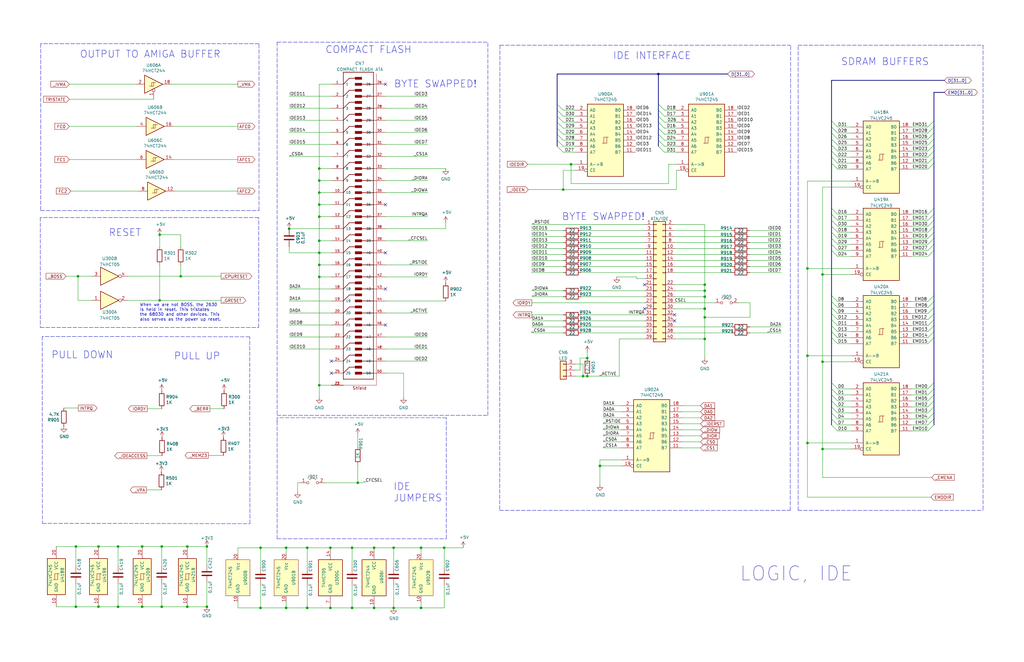
<source format=kicad_sch>
(kicad_sch (version 20211123) (generator eeschema)
  (paper "B")
  (title_block (title "Amiga N2630") (date "2023-02-17") (rev "4.0.0a"))
  (junction (at 340.487 113.284))
  (junction (at 245.872 158.75))
  (junction (at 297.18 125.222))
  (junction (at 177.546 231.14))
  (junction (at 134.62 86.36))
  (junction (at 68.199 256.032))
  (junction (at 148.463 231.14))
  (junction (at 134.62 111.76))
  (junction (at 67.31 126.746))
  (junction (at 165.989 231.14))
  (junction (at 177.546 256.54))
  (junction (at 41.529 230.632))
  (junction (at 134.62 116.84))
  (junction (at 41.529 256.032))
  (junction (at 237.49 80.01))
  (junction (at 121.92 96.52))
  (junction (at 297.18 122.682))
  (junction (at 134.62 76.2))
  (junction (at 187.325 231.14))
  (junction (at 157.734 231.14))
  (junction (at 32.004 256.032))
  (junction (at 67.31 99.06))
  (junction (at 129.54 256.54))
  (junction (at 120.65 231.14))
  (junction (at 277.622 31.242))
  (junction (at 165.989 256.54))
  (junction (at 32.004 230.632))
  (junction (at 76.2 116.586))
  (junction (at 109.855 231.14))
  (junction (at 32.893 116.586))
  (junction (at 109.855 256.54))
  (junction (at 134.62 162.56))
  (junction (at 78.994 256.032))
  (junction (at 134.62 101.6))
  (junction (at 297.18 133.9088))
  (junction (at 297.18 120.142))
  (junction (at 120.65 256.54))
  (junction (at 49.784 230.632))
  (junction (at 346.837 152.654))
  (junction (at 87.249 256.032))
  (junction (at 150.876 203.708))
  (junction (at 49.784 256.032))
  (junction (at 78.994 230.632))
  (junction (at 129.54 231.14))
  (junction (at 247.65 158.75))
  (junction (at 252.984 196.596))
  (junction (at 297.18 130.2512))
  (junction (at 134.62 106.68))
  (junction (at 247.65 151.13))
  (junction (at 87.249 230.632))
  (junction (at 148.463 256.54))
  (junction (at 297.18 143.002))
  (junction (at 340.487 186.944))
  (junction (at 134.62 81.28))
  (junction (at 157.734 256.54))
  (junction (at 134.62 71.12))
  (junction (at 340.487 150.114))
  (junction (at 346.8624 189.484))
  (junction (at 297.18 130.302))
  (junction (at 139.319 256.54))
  (junction (at 346.837 115.824))
  (junction (at 59.944 256.032))
  (junction (at 59.944 230.632))
  (junction (at 240.792 69.342))
  (junction (at 68.199 230.632))
  (junction (at 134.62 91.44))
  (junction (at 139.319 231.14))
  (no_connect (at 162.56 35.56))
  (no_connect (at 162.56 86.36))
  (no_connect (at 139.7 157.48))
  (no_connect (at 284.48 132.842))
  (no_connect (at 139.7 152.4))
  (no_connect (at 162.56 137.16))
  (no_connect (at 162.56 106.68))
  (no_connect (at 284.48 135.382))
  (no_connect (at 162.56 121.92))
  (no_connect (at 271.78 130.302))
  (no_connect (at 271.78 120.142))
  (bus_entry (at 353.187 139.954) (size -2.54 -2.54))
  (bus_entry (at 277.622 49.022) (size 2.54 2.54))
  (bus_entry (at 277.622 46.482) (size 2.54 2.54))
  (bus_entry (at 277.622 43.942) (size 2.54 2.54))
  (bus_entry (at 277.622 61.722) (size 2.54 2.54))
  (bus_entry (at 277.622 59.182) (size 2.54 2.54))
  (bus_entry (at 277.622 56.642) (size 2.54 2.54))
  (bus_entry (at 277.622 54.102) (size 2.54 2.54))
  (bus_entry (at 277.622 51.562) (size 2.54 2.54))
  (bus_entry (at 353.187 164.084) (size -2.54 -2.54))
  (bus_entry (at 391.287 145.034) (size 2.54 -2.54))
  (bus_entry (at 391.287 166.624) (size 2.54 -2.54))
  (bus_entry (at 353.187 137.414) (size -2.54 -2.54))
  (bus_entry (at 391.287 164.084) (size 2.54 -2.54))
  (bus_entry (at 391.287 71.374) (size 2.54 -2.54))
  (bus_entry (at 353.187 142.494) (size -2.54 -2.54))
  (bus_entry (at 353.187 53.594) (size -2.54 -2.54))
  (bus_entry (at 353.187 129.794) (size -2.54 -2.54))
  (bus_entry (at 391.287 95.504) (size 2.54 -2.54))
  (bus_entry (at 391.287 103.124) (size 2.54 -2.54))
  (bus_entry (at 391.287 63.754) (size 2.54 -2.54))
  (bus_entry (at 391.287 169.164) (size 2.54 -2.54))
  (bus_entry (at 353.187 103.124) (size -2.54 -2.54))
  (bus_entry (at 391.287 98.044) (size 2.54 -2.54))
  (bus_entry (at 391.287 61.214) (size 2.54 -2.54))
  (bus_entry (at 391.287 127.254) (size 2.54 -2.54))
  (bus_entry (at 353.187 71.374) (size -2.54 -2.54))
  (bus_entry (at 353.187 169.164) (size -2.54 -2.54))
  (bus_entry (at 391.287 66.294) (size 2.54 -2.54))
  (bus_entry (at 353.187 100.584) (size -2.54 -2.54))
  (bus_entry (at 391.287 132.334) (size 2.54 -2.54))
  (bus_entry (at 391.287 142.494) (size 2.54 -2.54))
  (bus_entry (at 391.287 53.594) (size 2.54 -2.54))
  (bus_entry (at 353.187 90.424) (size -2.54 -2.54))
  (bus_entry (at 353.187 166.624) (size -2.54 -2.54))
  (bus_entry (at 353.187 108.204) (size -2.54 -2.54))
  (bus_entry (at 391.287 68.834) (size 2.54 -2.54))
  (bus_entry (at 353.187 95.504) (size -2.54 -2.54))
  (bus_entry (at 391.287 105.664) (size 2.54 -2.54))
  (bus_entry (at 391.287 171.704) (size 2.54 -2.54))
  (bus_entry (at 353.187 132.334) (size -2.54 -2.54))
  (bus_entry (at 391.287 137.414) (size 2.54 -2.54))
  (bus_entry (at 353.187 61.214) (size -2.54 -2.54))
  (bus_entry (at 391.287 108.204) (size 2.54 -2.54))
  (bus_entry (at 353.187 145.034) (size -2.54 -2.54))
  (bus_entry (at 353.187 127.254) (size -2.54 -2.54))
  (bus_entry (at 353.187 63.754) (size -2.54 -2.54))
  (bus_entry (at 353.187 134.874) (size -2.54 -2.54))
  (bus_entry (at 391.287 58.674) (size 2.54 -2.54))
  (bus_entry (at 353.187 68.834) (size -2.54 -2.54))
  (bus_entry (at 391.287 174.244) (size 2.54 -2.54))
  (bus_entry (at 391.287 181.864) (size 2.54 -2.54))
  (bus_entry (at 391.287 179.324) (size 2.54 -2.54))
  (bus_entry (at 391.287 176.784) (size 2.54 -2.54))
  (bus_entry (at 391.287 90.424) (size 2.54 -2.54))
  (bus_entry (at 353.187 92.964) (size -2.54 -2.54))
  (bus_entry (at 353.187 56.134) (size -2.54 -2.54))
  (bus_entry (at 353.187 181.864) (size -2.54 -2.54))
  (bus_entry (at 353.187 66.294) (size -2.54 -2.54))
  (bus_entry (at 353.187 179.324) (size -2.54 -2.54))
  (bus_entry (at 234.95 61.722) (size 2.54 2.54))
  (bus_entry (at 234.95 59.182) (size 2.54 2.54))
  (bus_entry (at 234.95 56.642) (size 2.54 2.54))
  (bus_entry (at 234.95 54.102) (size 2.54 2.54))
  (bus_entry (at 234.95 43.942) (size 2.54 2.54))
  (bus_entry (at 234.95 51.562) (size 2.54 2.54))
  (bus_entry (at 234.95 49.022) (size 2.54 2.54))
  (bus_entry (at 234.95 46.482) (size 2.54 2.54))
  (bus_entry (at 391.287 139.954) (size 2.54 -2.54))
  (bus_entry (at 353.187 174.244) (size -2.54 -2.54))
  (bus_entry (at 391.287 56.134) (size 2.54 -2.54))
  (bus_entry (at 353.187 98.044) (size -2.54 -2.54))
  (bus_entry (at 391.287 134.874) (size 2.54 -2.54))
  (bus_entry (at 353.187 105.664) (size -2.54 -2.54))
  (bus_entry (at 353.187 58.674) (size -2.54 -2.54))
  (bus_entry (at 353.187 171.704) (size -2.54 -2.54))
  (bus_entry (at 353.187 176.784) (size -2.54 -2.54))
  (bus_entry (at 391.287 100.584) (size 2.54 -2.54))
  (bus_entry (at 391.287 92.964) (size 2.54 -2.54))
  (bus_entry (at 391.287 129.794) (size 2.54 -2.54))
  (wire (pts (xy 384.302 127.254) (xy 391.287 127.254)))
  (wire (pts (xy 148.463 256.54) (xy 157.734 256.54)))
  (wire (pts (xy 41.529 256.032) (xy 49.784 256.032)))
  (wire (pts (xy 244.602 156.21) (xy 244.602 151.13)))
  (wire (pts (xy 281.94 77.47) (xy 240.792 77.47)))
  (wire (pts (xy 62.103 172.466) (xy 68.199 172.466)))
  (wire (pts (xy 384.302 179.324) (xy 391.287 179.324)))
  (wire (pts (xy 252.984 194.056) (xy 252.984 196.596)))
  (wire (pts (xy 121.92 55.88) (xy 139.7 55.88)))
  (polyline (pts (xy 116.84 177.8) (xy 116.84 227.33)))
  (wire (pts (xy 287.528 173.736) (xy 295.402 173.736)))
  (wire (pts (xy 247.65 151.13) (xy 247.65 148.59)))
  (wire (pts (xy 134.62 86.36) (xy 139.7 86.36)))
  (wire (pts (xy 134.62 101.6) (xy 139.7 101.6)))
  (wire (pts (xy 150.876 196.088) (xy 150.876 203.708)))
  (bus (pts (xy 350.647 124.714) (xy 350.647 105.664)))
  (bus (pts (xy 350.647 174.244) (xy 350.647 171.704)))
  (wire (pts (xy 353.187 164.084) (xy 358.902 164.084)))
  (wire (pts (xy 297.18 94.742) (xy 297.18 120.142)))
  (wire (pts (xy 280.162 51.562) (xy 285.242 51.562)))
  (wire (pts (xy 150.876 188.468) (xy 150.876 183.388)))
  (wire (pts (xy 242.57 153.67) (xy 245.872 153.67)))
  (bus (pts (xy 393.827 127.254) (xy 393.827 124.714)))
  (wire (pts (xy 353.187 53.594) (xy 358.902 53.594)))
  (wire (pts (xy 287.528 186.436) (xy 295.402 186.436)))
  (wire (pts (xy 287.528 188.976) (xy 295.402 188.976)))
  (wire (pts (xy 284.48 115.062) (xy 308.61 115.062)))
  (wire (pts (xy 162.56 40.64) (xy 180.34 40.64)))
  (bus (pts (xy 234.95 49.022) (xy 234.95 46.482)))
  (polyline (pts (xy 414.528 19.05) (xy 414.528 215.392)))
  (wire (pts (xy 353.187 71.374) (xy 358.902 71.374)))
  (wire (pts (xy 316.23 99.822) (xy 329.438 99.822)))
  (wire (pts (xy 222.504 69.342) (xy 240.792 69.342)))
  (wire (pts (xy 285.242 69.342) (xy 281.94 69.342)))
  (wire (pts (xy 67.31 111.76) (xy 67.31 126.746)))
  (polyline (pts (xy 336.55 215.392) (xy 414.528 215.392)))
  (wire (pts (xy 129.54 231.14) (xy 129.54 239.395)))
  (wire (pts (xy 384.302 166.624) (xy 391.287 166.624)))
  (wire (pts (xy 126.746 203.708) (xy 125.476 203.708)))
  (polyline (pts (xy 336.55 19.05) (xy 414.528 19.05)))
  (bus (pts (xy 393.827 161.544) (xy 393.827 142.494)))
  (wire (pts (xy 284.48 130.302) (xy 297.18 130.302)))
  (bus (pts (xy 393.827 169.164) (xy 393.827 166.624)))
  (wire (pts (xy 121.92 60.96) (xy 139.7 60.96)))
  (wire (pts (xy 134.62 111.76) (xy 134.62 116.84)))
  (wire (pts (xy 23.749 256.032) (xy 32.004 256.032)))
  (bus (pts (xy 393.827 105.664) (xy 393.827 103.124)))
  (wire (pts (xy 165.989 247.015) (xy 165.989 256.54)))
  (wire (pts (xy 73.66 80.645) (xy 100.33 80.645)))
  (bus (pts (xy 393.827 56.134) (xy 393.827 53.594)))
  (wire (pts (xy 87.884 192.151) (xy 94.234 192.151)))
  (bus (pts (xy 350.647 98.044) (xy 350.647 95.504)))
  (polyline (pts (xy 105.283 142.113) (xy 17.78 141.986)))
  (wire (pts (xy 254.254 176.276) (xy 262.128 176.276)))
  (wire (pts (xy 346.837 115.824) (xy 358.902 115.824)))
  (bus (pts (xy 393.827 132.334) (xy 393.827 129.794)))
  (bus (pts (xy 393.827 95.504) (xy 393.827 92.964)))
  (wire (pts (xy 32.004 256.032) (xy 41.529 256.032)))
  (wire (pts (xy 32.893 116.586) (xy 32.893 126.746)))
  (wire (pts (xy 260.096 116.84) (xy 268.478 116.84)))
  (wire (pts (xy 148.463 231.14) (xy 157.734 231.14)))
  (wire (pts (xy 157.734 256.54) (xy 165.989 256.54)))
  (wire (pts (xy 280.162 46.482) (xy 285.242 46.482)))
  (wire (pts (xy 346.837 115.824) (xy 346.837 152.654)))
  (wire (pts (xy 297.18 130.302) (xy 297.18 133.9088)))
  (bus (pts (xy 350.647 179.324) (xy 350.647 176.784)))
  (wire (pts (xy 261.112 143.002) (xy 261.112 158.75)))
  (wire (pts (xy 384.302 95.504) (xy 391.287 95.504)))
  (polyline (pts (xy 109.093 138.176) (xy 109.093 91.821)))
  (wire (pts (xy 353.187 103.124) (xy 358.902 103.124)))
  (wire (pts (xy 129.54 256.54) (xy 139.319 256.54)))
  (bus (pts (xy 350.647 105.664) (xy 350.647 103.124)))
  (bus (pts (xy 393.827 176.784) (xy 393.827 174.244)))
  (wire (pts (xy 353.187 58.674) (xy 358.902 58.674)))
  (wire (pts (xy 254.254 186.436) (xy 262.128 186.436)))
  (wire (pts (xy 224.028 102.362) (xy 237.49 102.362)))
  (bus (pts (xy 234.95 31.242) (xy 277.622 31.242)))
  (wire (pts (xy 121.92 121.92) (xy 139.7 121.92)))
  (polyline (pts (xy 210.693 215.392) (xy 333.248 215.392)))
  (wire (pts (xy 254.254 178.816) (xy 262.128 178.816)))
  (wire (pts (xy 353.187 68.834) (xy 358.902 68.834)))
  (wire (pts (xy 316.2808 133.9088) (xy 297.18 133.9088)))
  (polyline (pts (xy 210.82 19.05) (xy 333.375 19.05)))
  (wire (pts (xy 32.004 230.632) (xy 23.749 230.632)))
  (bus (pts (xy 350.647 166.624) (xy 350.647 164.084)))
  (bus (pts (xy 393.827 51.054) (xy 393.827 38.989)))
  (wire (pts (xy 245.11 135.382) (xy 271.78 135.382)))
  (wire (pts (xy 87.249 230.632) (xy 78.994 230.632)))
  (wire (pts (xy 384.302 66.294) (xy 391.287 66.294)))
  (wire (pts (xy 87.249 256.032) (xy 87.249 245.872)))
  (wire (pts (xy 346.837 78.994) (xy 346.837 115.824)))
  (wire (pts (xy 134.62 162.56) (xy 139.7 162.56)))
  (bus (pts (xy 350.647 103.124) (xy 350.647 100.584)))
  (wire (pts (xy 384.302 181.864) (xy 391.287 181.864)))
  (polyline (pts (xy 116.84 175.26) (xy 205.74 175.26)))
  (wire (pts (xy 284.48 127.762) (xy 301.244 127.762)))
  (wire (pts (xy 109.855 247.015) (xy 109.855 256.54)))
  (wire (pts (xy 284.48 140.462) (xy 308.61 140.462)))
  (wire (pts (xy 245.11 122.682) (xy 271.78 122.682)))
  (wire (pts (xy 284.48 109.982) (xy 308.61 109.982)))
  (wire (pts (xy 353.187 179.324) (xy 358.902 179.324)))
  (wire (pts (xy 245.11 102.362) (xy 271.78 102.362)))
  (wire (pts (xy 139.319 231.14) (xy 148.463 231.14)))
  (wire (pts (xy 384.302 134.874) (xy 391.287 134.874)))
  (wire (pts (xy 240.792 69.342) (xy 242.57 69.342)))
  (wire (pts (xy 346.8624 189.484) (xy 346.8624 201.4728)))
  (wire (pts (xy 64.77 41.91) (xy 29.21 41.91)))
  (wire (pts (xy 224.282 94.742) (xy 271.78 94.742)))
  (wire (pts (xy 162.56 91.44) (xy 180.34 91.44)))
  (wire (pts (xy 100.33 231.14) (xy 109.855 231.14)))
  (wire (pts (xy 287.528 178.816) (xy 295.402 178.816)))
  (wire (pts (xy 162.56 111.76) (xy 180.34 111.76)))
  (wire (pts (xy 340.487 113.284) (xy 340.487 150.114)))
  (wire (pts (xy 68.199 230.632) (xy 68.199 238.887)))
  (bus (pts (xy 393.827 179.324) (xy 393.827 176.784)))
  (wire (pts (xy 245.11 132.842) (xy 271.78 132.842)))
  (wire (pts (xy 162.56 55.88) (xy 180.34 55.88)))
  (bus (pts (xy 234.95 43.942) (xy 234.95 31.242)))
  (wire (pts (xy 68.199 246.507) (xy 68.199 256.032)))
  (wire (pts (xy 242.57 156.21) (xy 244.602 156.21)))
  (wire (pts (xy 316.23 112.522) (xy 329.438 112.522)))
  (wire (pts (xy 76.2 116.586) (xy 93.218 116.586)))
  (wire (pts (xy 49.784 230.632) (xy 49.784 238.887)))
  (bus (pts (xy 350.647 139.954) (xy 350.647 137.414)))
  (polyline (pts (xy 188.214 227.33) (xy 188.214 176.276)))
  (bus (pts (xy 350.647 142.494) (xy 350.647 139.954)))
  (wire (pts (xy 287.528 181.356) (xy 295.402 181.356)))
  (wire (pts (xy 316.23 137.922) (xy 329.438 137.922)))
  (bus (pts (xy 234.95 46.482) (xy 234.95 43.942)))
  (bus (pts (xy 350.647 95.504) (xy 350.647 92.964)))
  (wire (pts (xy 187.96 93.98) (xy 187.96 96.52)))
  (polyline (pts (xy 109.22 88.9) (xy 109.22 18.415)))
  (wire (pts (xy 187.325 247.015) (xy 187.325 256.54)))
  (wire (pts (xy 242.57 158.75) (xy 245.872 158.75)))
  (bus (pts (xy 277.622 59.182) (xy 277.622 56.642)))
  (bus (pts (xy 350.647 129.794) (xy 350.647 127.254)))
  (wire (pts (xy 353.187 134.874) (xy 358.902 134.874)))
  (wire (pts (xy 121.92 96.52) (xy 139.7 96.52)))
  (wire (pts (xy 134.62 81.28) (xy 139.7 81.28)))
  (wire (pts (xy 311.404 127.762) (xy 316.2808 127.762)))
  (wire (pts (xy 162.56 96.52) (xy 187.96 96.52)))
  (wire (pts (xy 252.984 196.596) (xy 262.128 196.596)))
  (wire (pts (xy 88.519 172.466) (xy 94.488 172.466)))
  (polyline (pts (xy 205.74 175.26) (xy 205.74 17.78)))
  (wire (pts (xy 162.56 45.72) (xy 180.34 45.72)))
  (polyline (pts (xy 210.82 19.05) (xy 210.693 215.392)))
  (wire (pts (xy 162.56 142.24) (xy 180.34 142.24)))
  (bus (pts (xy 277.622 51.562) (xy 277.622 49.022)))
  (wire (pts (xy 121.92 106.68) (xy 134.62 106.68)))
  (wire (pts (xy 384.302 108.204) (xy 391.287 108.204)))
  (bus (pts (xy 393.827 124.714) (xy 393.827 105.664)))
  (wire (pts (xy 68.199 230.632) (xy 59.944 230.632)))
  (wire (pts (xy 384.302 169.164) (xy 391.287 169.164)))
  (wire (pts (xy 68.199 256.032) (xy 78.994 256.032)))
  (wire (pts (xy 346.8624 201.4728) (xy 392.8872 201.4728)))
  (wire (pts (xy 384.302 171.704) (xy 391.287 171.704)))
  (wire (pts (xy 346.837 152.654) (xy 358.902 152.654)))
  (wire (pts (xy 284.48 104.902) (xy 308.61 104.902)))
  (wire (pts (xy 353.187 63.754) (xy 358.902 63.754)))
  (wire (pts (xy 268.478 117.602) (xy 271.78 117.602)))
  (polyline (pts (xy 188.214 176.276) (xy 116.84 176.276)))
  (wire (pts (xy 237.49 59.182) (xy 242.57 59.182)))
  (wire (pts (xy 125.476 203.708) (xy 125.476 207.518)))
  (wire (pts (xy 340.487 76.454) (xy 340.487 113.284)))
  (wire (pts (xy 148.463 247.015) (xy 148.463 256.54)))
  (wire (pts (xy 340.487 150.114) (xy 358.902 150.114)))
  (wire (pts (xy 224.028 112.522) (xy 237.49 112.522)))
  (bus (pts (xy 393.827 87.884) (xy 393.827 68.834)))
  (wire (pts (xy 384.302 174.244) (xy 391.287 174.244)))
  (wire (pts (xy 72.39 35.56) (xy 100.33 35.56)))
  (wire (pts (xy 384.302 137.414) (xy 391.287 137.414)))
  (polyline (pts (xy 116.84 227.33) (xy 188.214 227.33)))
  (wire (pts (xy 284.48 107.442) (xy 308.61 107.442)))
  (wire (pts (xy 59.944 230.632) (xy 49.784 230.632)))
  (bus (pts (xy 234.95 51.562) (xy 234.95 49.022)))
  (bus (pts (xy 234.95 61.722) (xy 234.95 59.182)))
  (wire (pts (xy 384.302 139.954) (xy 391.287 139.954)))
  (wire (pts (xy 224.028 109.982) (xy 237.49 109.982)))
  (bus (pts (xy 350.647 53.594) (xy 350.647 51.054)))
  (wire (pts (xy 100.33 256.54) (xy 109.855 256.54)))
  (wire (pts (xy 237.49 51.562) (xy 242.57 51.562)))
  (wire (pts (xy 134.62 111.76) (xy 139.7 111.76)))
  (bus (pts (xy 393.827 100.584) (xy 393.827 98.044)))
  (polyline (pts (xy 109.093 91.821) (xy 17.018 91.821)))
  (wire (pts (xy 162.56 127) (xy 187.96 127)))
  (wire (pts (xy 353.187 174.244) (xy 358.902 174.244)))
  (polyline (pts (xy 17.018 91.821) (xy 17.018 138.176)))
  (wire (pts (xy 162.56 81.28) (xy 180.34 81.28)))
  (wire (pts (xy 162.56 132.08) (xy 180.34 132.08)))
  (wire (pts (xy 245.872 158.75) (xy 247.65 158.75)))
  (wire (pts (xy 297.18 133.9088) (xy 297.18 143.002)))
  (bus (pts (xy 350.647 100.584) (xy 350.647 98.044)))
  (bus (pts (xy 277.622 43.942) (xy 277.622 31.242)))
  (wire (pts (xy 245.11 115.062) (xy 271.78 115.062)))
  (wire (pts (xy 58.42 80.645) (xy 29.845 80.645)))
  (wire (pts (xy 297.18 120.142) (xy 297.18 122.682)))
  (wire (pts (xy 165.989 239.395) (xy 165.989 231.14)))
  (wire (pts (xy 134.62 76.2) (xy 134.62 81.28)))
  (wire (pts (xy 177.546 256.54) (xy 187.325 256.54)))
  (wire (pts (xy 316.23 104.902) (xy 329.438 104.902)))
  (wire (pts (xy 162.56 147.32) (xy 180.34 147.32)))
  (wire (pts (xy 162.56 50.8) (xy 180.34 50.8)))
  (wire (pts (xy 245.11 107.442) (xy 271.78 107.442)))
  (bus (pts (xy 234.95 54.102) (xy 234.95 51.562)))
  (wire (pts (xy 261.112 143.002) (xy 271.78 143.002)))
  (wire (pts (xy 384.302 145.034) (xy 391.287 145.034)))
  (bus (pts (xy 393.827 142.494) (xy 393.827 139.954)))
  (wire (pts (xy 222.758 80.01) (xy 237.49 80.01)))
  (wire (pts (xy 268.478 116.84) (xy 268.478 117.602)))
  (bus (pts (xy 393.827 53.594) (xy 393.827 51.054)))
  (wire (pts (xy 134.62 91.44) (xy 139.7 91.44)))
  (wire (pts (xy 120.65 254) (xy 120.65 256.54)))
  (wire (pts (xy 284.48 102.362) (xy 308.61 102.362)))
  (bus (pts (xy 277.622 54.102) (xy 277.622 51.562)))
  (polyline (pts (xy 17.018 138.176) (xy 109.093 138.176)))
  (bus (pts (xy 277.622 31.242) (xy 306.832 31.242)))
  (wire (pts (xy 358.902 78.994) (xy 346.837 78.994)))
  (wire (pts (xy 262.128 194.056) (xy 252.984 194.056)))
  (wire (pts (xy 134.62 86.36) (xy 134.62 91.44)))
  (wire (pts (xy 162.56 116.84) (xy 180.34 116.84)))
  (wire (pts (xy 384.302 129.794) (xy 391.287 129.794)))
  (wire (pts (xy 353.187 100.584) (xy 358.902 100.584)))
  (wire (pts (xy 245.11 140.462) (xy 271.78 140.462)))
  (wire (pts (xy 353.187 98.044) (xy 358.902 98.044)))
  (wire (pts (xy 384.302 71.374) (xy 391.287 71.374)))
  (wire (pts (xy 134.62 35.56) (xy 134.62 71.12)))
  (wire (pts (xy 287.528 176.276) (xy 295.402 176.276)))
  (wire (pts (xy 245.11 109.982) (xy 271.78 109.982)))
  (bus (pts (xy 350.647 164.084) (xy 350.647 161.544)))
  (wire (pts (xy 316.23 140.462) (xy 329.438 140.462)))
  (polyline (pts (xy 17.145 88.9) (xy 109.22 88.9)))
  (wire (pts (xy 353.187 127.254) (xy 358.902 127.254)))
  (wire (pts (xy 280.162 64.262) (xy 285.242 64.262)))
  (wire (pts (xy 177.546 231.14) (xy 187.325 231.14)))
  (wire (pts (xy 353.187 108.204) (xy 358.902 108.204)))
  (wire (pts (xy 244.602 151.13) (xy 247.65 151.13)))
  (wire (pts (xy 134.62 116.84) (xy 139.7 116.84)))
  (bus (pts (xy 350.647 132.334) (xy 350.647 129.794)))
  (wire (pts (xy 134.62 106.68) (xy 134.62 111.76)))
  (wire (pts (xy 76.2 111.76) (xy 76.2 116.586)))
  (wire (pts (xy 61.722 206.756) (xy 68.072 206.756)))
  (bus (pts (xy 393.827 68.834) (xy 393.827 66.294)))
  (bus (pts (xy 277.622 49.022) (xy 277.622 46.482)))
  (wire (pts (xy 165.989 256.54) (xy 177.546 256.54)))
  (wire (pts (xy 287.528 183.896) (xy 295.402 183.896)))
  (wire (pts (xy 121.92 66.04) (xy 139.7 66.04)))
  (wire (pts (xy 340.487 186.944) (xy 358.902 186.944)))
  (wire (pts (xy 245.11 99.822) (xy 271.78 99.822)))
  (wire (pts (xy 237.49 80.01) (xy 285.242 80.01)))
  (polyline (pts (xy 17.907 220.853) (xy 105.41 220.98)))
  (wire (pts (xy 358.902 76.454) (xy 340.487 76.454)))
  (polyline (pts (xy 116.84 17.78) (xy 205.74 17.78)))
  (wire (pts (xy 32.004 246.507) (xy 32.004 256.032)))
  (wire (pts (xy 245.11 104.902) (xy 271.78 104.902)))
  (wire (pts (xy 280.162 54.102) (xy 285.242 54.102)))
  (wire (pts (xy 353.187 137.414) (xy 358.902 137.414)))
  (bus (pts (xy 393.827 129.794) (xy 393.827 127.254)))
  (bus (pts (xy 393.827 164.084) (xy 393.827 161.544)))
  (wire (pts (xy 59.944 256.032) (xy 68.199 256.032)))
  (wire (pts (xy 78.994 256.032) (xy 87.249 256.032)))
  (wire (pts (xy 165.989 231.14) (xy 177.546 231.14)))
  (wire (pts (xy 297.18 130.2512) (xy 297.18 130.302)))
  (wire (pts (xy 53.848 116.586) (xy 76.2 116.586)))
  (wire (pts (xy 237.49 54.102) (xy 242.57 54.102)))
  (wire (pts (xy 245.11 97.282) (xy 271.78 97.282)))
  (wire (pts (xy 57.785 53.34) (xy 29.21 53.34)))
  (bus (pts (xy 393.827 61.214) (xy 393.827 58.674)))
  (bus (pts (xy 393.827 63.754) (xy 393.827 61.214)))
  (wire (pts (xy 57.15 35.56) (xy 29.21 35.56)))
  (bus (pts (xy 393.827 139.954) (xy 393.827 137.414)))
  (wire (pts (xy 162.56 101.6) (xy 180.34 101.6)))
  (wire (pts (xy 139.319 256.54) (xy 148.463 256.54)))
  (wire (pts (xy 346.8624 189.484) (xy 358.902 189.484)))
  (wire (pts (xy 384.302 100.584) (xy 391.287 100.584)))
  (wire (pts (xy 162.56 76.2) (xy 180.34 76.2)))
  (wire (pts (xy 353.187 139.954) (xy 358.902 139.954)))
  (wire (pts (xy 252.984 196.596) (xy 252.984 204.47)))
  (wire (pts (xy 224.282 122.682) (xy 237.49 122.682)))
  (wire (pts (xy 121.92 147.32) (xy 139.7 147.32)))
  (wire (pts (xy 121.92 104.14) (xy 121.92 106.68)))
  (wire (pts (xy 129.54 231.14) (xy 139.319 231.14)))
  (wire (pts (xy 297.18 122.682) (xy 297.18 125.222)))
  (wire (pts (xy 353.187 95.504) (xy 358.902 95.504)))
  (bus (pts (xy 234.95 56.642) (xy 234.95 54.102)))
  (bus (pts (xy 350.647 127.254) (xy 350.647 124.714)))
  (wire (pts (xy 61.976 192.278) (xy 68.326 192.278)))
  (wire (pts (xy 121.92 137.16) (xy 139.7 137.16)))
  (wire (pts (xy 57.785 67.31) (xy 29.21 67.31)))
  (bus (pts (xy 277.622 46.482) (xy 277.622 43.942)))
  (bus (pts (xy 350.647 87.884) (xy 350.647 68.834)))
  (wire (pts (xy 224.282 132.842) (xy 237.49 132.842)))
  (wire (pts (xy 284.48 122.682) (xy 297.18 122.682)))
  (bus (pts (xy 393.827 137.414) (xy 393.827 134.874)))
  (wire (pts (xy 316.23 107.442) (xy 329.438 107.442)))
  (wire (pts (xy 78.994 230.632) (xy 68.199 230.632)))
  (wire (pts (xy 284.48 99.822) (xy 308.61 99.822)))
  (wire (pts (xy 353.187 56.134) (xy 358.902 56.134)))
  (wire (pts (xy 109.855 231.14) (xy 109.855 239.395)))
  (wire (pts (xy 73.025 67.31) (xy 100.33 67.31)))
  (wire (pts (xy 162.56 60.96) (xy 180.34 60.96)))
  (wire (pts (xy 254.254 181.356) (xy 262.128 181.356)))
  (wire (pts (xy 353.187 142.494) (xy 358.902 142.494)))
  (wire (pts (xy 284.48 143.002) (xy 297.18 143.002)))
  (wire (pts (xy 53.848 126.746) (xy 67.31 126.746)))
  (wire (pts (xy 254.254 183.896) (xy 262.128 183.896)))
  (wire (pts (xy 353.187 169.164) (xy 358.902 169.164)))
  (wire (pts (xy 353.187 176.784) (xy 358.902 176.784)))
  (bus (pts (xy 393.827 90.424) (xy 393.827 87.884)))
  (wire (pts (xy 353.187 171.704) (xy 358.902 171.704)))
  (wire (pts (xy 316.2808 127.762) (xy 316.2808 133.9088)))
  (wire (pts (xy 120.65 231.14) (xy 129.54 231.14)))
  (wire (pts (xy 384.302 98.044) (xy 391.287 98.044)))
  (wire (pts (xy 134.62 106.68) (xy 139.7 106.68)))
  (wire (pts (xy 316.23 115.062) (xy 329.438 115.062)))
  (wire (pts (xy 224.028 115.062) (xy 237.49 115.062)))
  (bus (pts (xy 350.647 66.294) (xy 350.647 63.754)))
  (wire (pts (xy 237.49 71.882) (xy 237.49 80.01)))
  (wire (pts (xy 384.302 63.754) (xy 391.287 63.754)))
  (wire (pts (xy 120.65 231.14) (xy 120.65 233.68)))
  (wire (pts (xy 224.028 107.442) (xy 237.49 107.442)))
  (bus (pts (xy 393.827 58.674) (xy 393.827 56.134)))
  (wire (pts (xy 120.65 256.54) (xy 129.54 256.54)))
  (wire (pts (xy 254.254 171.196) (xy 262.128 171.196)))
  (wire (pts (xy 162.56 157.48) (xy 170.18 157.48)))
  (wire (pts (xy 280.162 61.722) (xy 285.242 61.722)))
  (bus (pts (xy 350.647 161.544) (xy 350.647 142.494)))
  (polyline (pts (xy 116.84 176.276) (xy 116.84 178.054)))
  (bus (pts (xy 393.827 166.624) (xy 393.827 164.084)))
  (wire (pts (xy 284.48 112.522) (xy 308.61 112.522)))
  (wire (pts (xy 284.48 94.742) (xy 297.18 94.742)))
  (wire (pts (xy 33.02 172.212) (xy 26.924 172.212)))
  (bus (pts (xy 277.622 56.642) (xy 277.622 54.102)))
  (wire (pts (xy 280.162 59.182) (xy 285.242 59.182)))
  (wire (pts (xy 32.893 116.586) (xy 27.813 116.586)))
  (wire (pts (xy 87.249 238.252) (xy 87.249 230.632)))
  (wire (pts (xy 41.529 230.632) (xy 32.004 230.632)))
  (wire (pts (xy 353.187 61.214) (xy 358.902 61.214)))
  (wire (pts (xy 224.282 135.382) (xy 237.49 135.382)))
  (wire (pts (xy 353.187 129.794) (xy 358.902 129.794)))
  (wire (pts (xy 353.187 181.864) (xy 358.902 181.864)))
  (bus (pts (xy 393.827 103.124) (xy 393.827 100.584)))
  (wire (pts (xy 353.187 92.964) (xy 358.902 92.964)))
  (wire (pts (xy 284.48 137.922) (xy 308.61 137.922)))
  (polyline (pts (xy 109.22 18.415) (xy 17.145 18.415)))
  (polyline (pts (xy 336.55 215.392) (xy 336.55 19.05)))
  (wire (pts (xy 187.325 231.14) (xy 195.326 231.14)))
  (bus (pts (xy 350.647 51.054) (xy 350.647 33.909)))
  (wire (pts (xy 162.56 71.12) (xy 187.96 71.12)))
  (wire (pts (xy 136.906 203.708) (xy 150.876 203.708)))
  (wire (pts (xy 237.49 56.642) (xy 242.57 56.642)))
  (wire (pts (xy 254.254 173.736) (xy 262.128 173.736)))
  (wire (pts (xy 177.546 231.14) (xy 177.546 233.68)))
  (wire (pts (xy 284.48 97.282) (xy 308.61 97.282)))
  (wire (pts (xy 316.23 109.982) (xy 329.438 109.982)))
  (wire (pts (xy 67.31 104.14) (xy 67.31 99.06)))
  (wire (pts (xy 224.028 104.902) (xy 237.49 104.902)))
  (wire (pts (xy 187.325 239.395) (xy 187.325 231.14)))
  (wire (pts (xy 148.463 239.395) (xy 148.463 231.14)))
  (wire (pts (xy 170.18 157.48) (xy 170.18 167.64)))
  (wire (pts (xy 134.62 162.56) (xy 134.62 167.64)))
  (polyline (pts (xy 116.84 17.78) (xy 116.84 175.26)))
  (wire (pts (xy 353.187 90.424) (xy 358.902 90.424)))
  (bus (pts (xy 393.827 134.874) (xy 393.827 132.334)))
  (wire (pts (xy 73.025 53.34) (xy 100.33 53.34)))
  (wire (pts (xy 287.528 171.196) (xy 295.402 171.196)))
  (wire (pts (xy 384.302 68.834) (xy 391.287 68.834)))
  (bus (pts (xy 350.647 90.424) (xy 350.647 87.884)))
  (wire (pts (xy 224.282 137.922) (xy 237.49 137.922)))
  (wire (pts (xy 237.49 46.482) (xy 242.57 46.482)))
  (wire (pts (xy 384.302 176.784) (xy 391.287 176.784)))
  (wire (pts (xy 384.302 56.134) (xy 391.287 56.134)))
  (wire (pts (xy 49.784 246.507) (xy 49.784 256.032)))
  (wire (pts (xy 247.65 158.75) (xy 261.112 158.75)))
  (wire (pts (xy 384.302 103.124) (xy 391.287 103.124)))
  (wire (pts (xy 353.187 66.294) (xy 358.902 66.294)))
  (wire (pts (xy 150.876 203.708) (xy 153.162 203.708)))
  (wire (pts (xy 100.33 231.14) (xy 100.33 233.68)))
  (wire (pts (xy 340.487 209.804) (xy 392.557 209.804)))
  (wire (pts (xy 129.54 247.015) (xy 129.54 256.54)))
  (wire (pts (xy 134.62 71.12) (xy 139.7 71.12)))
  (wire (pts (xy 316.23 102.362) (xy 329.438 102.362)))
  (wire (pts (xy 162.56 66.04) (xy 180.34 66.04)))
  (wire (pts (xy 384.302 58.674) (xy 391.287 58.674)))
  (bus (pts (xy 393.827 171.704) (xy 393.827 169.164)))
  (wire (pts (xy 224.282 125.222) (xy 237.49 125.222)))
  (wire (pts (xy 271.78 137.922) (xy 245.11 137.922)))
  (bus (pts (xy 393.827 174.244) (xy 393.827 171.704)))
  (bus (pts (xy 393.827 98.044) (xy 393.827 95.504)))
  (polyline (pts (xy 105.41 220.98) (xy 105.283 142.113)))
  (wire (pts (xy 281.94 69.342) (xy 281.94 77.47)))
  (wire (pts (xy 384.302 61.214) (xy 391.287 61.214)))
  (wire (pts (xy 297.18 143.002) (xy 297.18 151.13)))
  (bus (pts (xy 350.647 176.784) (xy 350.647 174.244)))
  (bus (pts (xy 350.647 58.674) (xy 350.647 56.134)))
  (bus (pts (xy 393.827 38.989) (xy 398.272 38.989)))
  (polyline (pts (xy 333.248 215.392) (xy 333.375 19.05)))
  (wire (pts (xy 245.11 112.522) (xy 271.78 112.522)))
  (wire (pts (xy 224.028 99.822) (xy 237.49 99.822)))
  (wire (pts (xy 284.48 120.142) (xy 297.18 120.142)))
  (wire (pts (xy 237.49 64.262) (xy 242.57 64.262)))
  (wire (pts (xy 340.487 186.944) (xy 340.487 209.804)))
  (wire (pts (xy 38.608 126.746) (xy 32.893 126.746)))
  (wire (pts (xy 49.784 230.632) (xy 41.529 230.632)))
  (wire (pts (xy 100.33 254) (xy 100.33 256.54)))
  (wire (pts (xy 346.837 152.654) (xy 346.837 189.484)))
  (wire (pts (xy 139.7 35.56) (xy 134.62 35.56)))
  (wire (pts (xy 353.187 166.624) (xy 358.902 166.624)))
  (wire (pts (xy 224.028 97.282) (xy 237.49 97.282)))
  (wire (pts (xy 121.92 40.64) (xy 139.7 40.64)))
  (wire (pts (xy 162.56 152.4) (xy 180.34 152.4)))
  (wire (pts (xy 38.608 116.586) (xy 32.893 116.586)))
  (wire (pts (xy 237.49 61.722) (xy 242.57 61.722)))
  (wire (pts (xy 245.11 125.222) (xy 271.78 125.222)))
  (wire (pts (xy 109.855 256.54) (xy 120.65 256.54)))
  (wire (pts (xy 134.62 76.2) (xy 139.7 76.2)))
  (wire (pts (xy 353.187 132.334) (xy 358.902 132.334)))
  (wire (pts (xy 353.187 105.664) (xy 358.902 105.664)))
  (bus (pts (xy 350.647 169.164) (xy 350.647 166.624)))
  (wire (pts (xy 32.004 230.632) (xy 32.004 238.887)))
  (bus (pts (xy 277.622 61.722) (xy 277.622 59.182)))
  (wire (pts (xy 177.546 254) (xy 177.546 256.54)))
  (wire (pts (xy 245.872 153.67) (xy 245.872 158.75)))
  (wire (pts (xy 224.028 140.462) (xy 237.49 140.462)))
  (bus (pts (xy 393.827 66.294) (xy 393.827 63.754)))
  (wire (pts (xy 109.855 231.14) (xy 120.65 231.14)))
  (bus (pts (xy 350.647 134.874) (xy 350.647 132.334)))
  (wire (pts (xy 384.302 53.594) (xy 391.287 53.594)))
  (wire (pts (xy 121.92 142.24) (xy 139.7 142.24)))
  (wire (pts (xy 340.487 113.284) (xy 358.902 113.284)))
  (wire (pts (xy 237.49 71.882) (xy 242.57 71.882)))
  (wire (pts (xy 346.837 189.484) (xy 346.8624 189.484)))
  (wire (pts (xy 316.23 97.282) (xy 329.438 97.282)))
  (bus (pts (xy 350.647 33.909) (xy 398.272 33.909)))
  (bus (pts (xy 350.647 137.414) (xy 350.647 134.874)))
  (wire (pts (xy 67.31 126.746) (xy 93.218 126.746)))
  (wire (pts (xy 134.62 81.28) (xy 134.62 86.36)))
  (bus (pts (xy 350.647 63.754) (xy 350.647 61.214)))
  (polyline (pts (xy 17.145 18.415) (xy 17.145 88.9)))
  (wire (pts (xy 384.302 142.494) (xy 391.287 142.494)))
  (wire (pts (xy 121.92 50.8) (xy 139.7 50.8)))
  (wire (pts (xy 67.31 99.06) (xy 76.2 99.06)))
  (bus (pts (xy 350.647 68.834) (xy 350.647 66.294)))
  (bus (pts (xy 350.647 61.214) (xy 350.647 58.674)))
  (wire (pts (xy 280.162 56.642) (xy 285.242 56.642)))
  (bus (pts (xy 234.95 59.182) (xy 234.95 56.642)))
  (wire (pts (xy 134.62 101.6) (xy 134.62 106.68)))
  (wire (pts (xy 384.302 92.964) (xy 391.287 92.964)))
  (bus (pts (xy 393.827 92.964) (xy 393.827 90.424)))
  (wire (pts (xy 134.62 71.12) (xy 134.62 76.2)))
  (wire (pts (xy 384.302 132.334) (xy 391.287 132.334)))
  (bus (pts (xy 350.647 56.134) (xy 350.647 53.594)))
  (wire (pts (xy 49.784 256.032) (xy 59.944 256.032)))
  (wire (pts (xy 157.734 231.14) (xy 165.989 231.14)))
  (wire (pts (xy 254.254 188.976) (xy 262.128 188.976)))
  (wire (pts (xy 240.792 77.47) (xy 240.792 69.342)))
  (wire (pts (xy 121.92 132.08) (xy 139.7 132.08)))
  (wire (pts (xy 76.2 99.06) (xy 76.2 104.14)))
  (wire (pts (xy 121.92 45.72) (xy 139.7 45.72)))
  (wire (pts (xy 353.187 145.034) (xy 358.902 145.034)))
  (wire (pts (xy 384.302 105.664) (xy 391.287 105.664)))
  (wire (pts (xy 384.302 90.424) (xy 391.287 90.424)))
  (wire (pts (xy 297.18 125.222) (xy 297.18 130.2512)))
  (wire (pts (xy 237.49 49.022) (xy 242.57 49.022)))
  (wire (pts (xy 340.487 150.114) (xy 340.487 186.944)))
  (wire (pts (xy 134.62 91.44) (xy 134.62 101.6)))
  (wire (pts (xy 224.282 127.762) (xy 271.78 127.762)))
  (wire (pts (xy 384.302 164.084) (xy 391.287 164.084)))
  (wire (pts (xy 285.242 80.01) (xy 285.242 71.882)))
  (wire (pts (xy 280.162 49.022) (xy 285.242 49.022)))
  (wire (pts (xy 134.62 116.84) (xy 134.62 162.56)))
  (wire (pts (xy 284.48 125.222) (xy 297.18 125.222)))
  (wire (pts (xy 121.92 127) (xy 139.7 127)))
  (polyline (pts (xy 17.78 141.986) (xy 17.907 220.853)))
  (bus (pts (xy 350.647 171.704) (xy 350.647 169.164)))
  (bus (pts (xy 350.647 92.964) (xy 350.647 90.424)))
  (text "PULL DOWN" (at 21.59 151.638 0) (effects (font (size 2.9972 2.9972)) (justify left bottom)))
  (text "IDE INTERFACE" (at 258.445 25.4 0) (effects (font (size 3 3)) (justify left bottom)))
  (text "BYTE SWAPPED!" (at 166.116 37.338 0) (effects (font (size 3 3)) (justify left bottom)))
  (text "PULL UP" (at 73.279 152.146 0) (effects (font (size 2.9972 2.9972)) (justify left bottom)))
  (text "RESET" (at 59.563 100.076 180) (effects (font (size 2.9972 2.9972)) (justify right bottom)))
  (text "BYTE SWAPPED!" (at 236.9312 93.3196 0) (effects (font (size 3 3)) (justify left bottom)))
  (text "IDE\nJUMPERS" (at 165.862 212.09 0) (effects (font (size 3 3)) (justify left bottom)))
  (text "LOGIC, IDE" (at 311.785 245.745 0) (effects (font (size 6 6)) (justify left bottom)))
  (text "When we are not BOSS, the 2630\nis held in reset. This tristates \nthe 68030 and other devices. This\nalso serves as the power up reset." (at 58.928 135.636 0) (effects (font (size 1.27 1.27)) (justify left bottom)))
  (text "OUTPUT TO AMIGA BUFFER" (at 33.655 24.765 0) (effects (font (size 2.9972 2.9972)) (justify left bottom)))
  (text "SDRAM BUFFERS" (at 354.584 27.94 0) (effects (font (size 3 3)) (justify left bottom)))
  (text "COMPACT FLASH" (at 137.16 22.86 0) (effects (font (size 3 3)) (justify left bottom)))
  (label "CSEL" (at 284.48 127.762 0))
  (label "D20" (at 242.316 56.642 180))
  (label "IDED2" (at 180.34 152.4 180))
  (label "D18" (at 353.314 98.044 0))
  (label "EMD17" (at 391.16 92.964 180))
  (label "EMD16" (at 391.16 90.424 180))
  (label "IDED15" (at 121.92 60.96 0))
  (label "DA2A" (at 121.92 121.92 0))
  (label "D25" (at 353.314 61.214 0))
  (label "IDED11" (at 267.97 64.262 0))
  (label "D28" (at 242.316 59.182 180))
  (label "EMD18" (at 391.16 98.044 180))
  (label "IDED1" (at 180.34 147.32 180))
  (label "IDED6" (at 329.438 112.522 180))
  (label "D13" (at 353.314 139.954 0))
  (label "IDED7" (at 310.642 61.722 0))
  (label "IDED4" (at 329.438 107.442 180))
  (label "IDED5" (at 180.34 50.8 180))
  (label "D22" (at 242.316 46.482 180))
  (label "EMD11" (at 391.16 137.414 180))
  (label "IDED7" (at 180.34 60.96 180))
  (label "D10" (at 353.314 181.864 0))
  (label "D8" (at 353.314 127.254 0))
  (label "D0" (at 353.314 164.084 0))
  (label "_ACTIVE" (at 252.73 158.75 0))
  (label "IDED15" (at 224.028 97.282 0))
  (label "IDED9" (at 310.642 56.642 0))
  (label "EMD13" (at 391.16 139.954 180))
  (label "EMD20" (at 391.16 71.374 180))
  (label "IDED9" (at 224.028 112.522 0))
  (label "EMD15" (at 391.16 145.034 180))
  (label "D22" (at 353.314 66.294 0))
  (label "IDED14" (at 267.97 49.022 0))
  (label "EMD30" (at 391.16 95.504 180))
  (label "IDED10" (at 310.642 51.562 0))
  (label "IDED3" (at 329.438 104.902 180))
  (label "D26" (at 285.242 51.562 180))
  (label "EMD12" (at 390.906 134.874 180))
  (label "IDED8" (at 224.028 115.062 0))
  (label "DA1A" (at 224.282 135.382 0))
  (label "D27" (at 242.062 64.262 180))
  (label "_RSTIDE" (at 254.254 178.816 0))
  (label "EMD8" (at 390.906 127.254 180))
  (label "D7" (at 353.314 179.324 0))
  (label "IDED0" (at 310.642 54.102 0))
  (label "_CS1A" (at 254.254 188.976 0))
  (label "D29" (at 353.314 103.124 0))
  (label "EMD7" (at 391.16 179.324 180))
  (label "D19" (at 242.316 61.722 180))
  (label "IDED4" (at 267.97 56.642 0))
  (label "_DIOWA" (at 254.254 181.356 0))
  (label "DA2A" (at 254.254 176.276 0))
  (label "D19" (at 353.314 100.584 0))
  (label "IDED14" (at 224.028 99.822 0))
  (label "_CFCSEL" (at 180.34 101.6 180))
  (label "IDED6" (at 180.34 55.88 180))
  (label "_DIORA" (at 254.254 183.896 0))
  (label "D5" (at 353.314 169.164 0))
  (label "D20" (at 353.314 71.374 0))
  (label "D21" (at 242.316 51.562 180))
  (label "D26" (at 353.314 58.674 0))
  (label "IDED13" (at 121.92 50.8 0))
  (label "_CS0A" (at 254.254 186.436 0))
  (label "D31" (at 353.314 53.594 0))
  (label "_RSTIDE" (at 224.282 94.742 0))
  (label "D23" (at 353.314 63.754 0))
  (label "D15" (at 353.314 145.034 0))
  (label "IDED4" (at 180.34 45.72 180))
  (label "IDED8" (at 310.642 59.182 0))
  (label "IDED3" (at 267.97 61.722 0))
  (label "_RSTIDE" (at 180.34 111.76 180))
  (label "INTRQA" (at 180.34 91.44 180))
  (label "D1" (at 353.314 166.624 0))
  (label "DA0A" (at 121.92 132.08 0))
  (label "IDED0" (at 180.34 142.24 180))
  (label "IDED15" (at 310.642 64.262 0))
  (label "IDED6" (at 267.97 46.482 0))
  (label "_DIORA" (at 180.34 76.2 180))
  (label "_DIORA" (at 224.282 125.222 0))
  (label "DA1A" (at 254.254 171.196 0))
  (label "EMD10" (at 391.16 181.864 180))
  (label "EMD5" (at 391.16 169.164 180))
  (label "EMD26" (at 391.16 58.674 180))
  (label "IDED2" (at 329.438 102.362 180))
  (label "EMD31" (at 391.16 53.594 180))
  (label "EMD22" (at 391.16 66.294 180))
  (label "EMD29" (at 391.16 103.124 180))
  (label "IDED10" (at 121.92 147.32 0))
  (label "D4" (at 353.314 176.784 0))
  (label "D17" (at 284.988 49.022 180))
  (label "D18" (at 284.988 46.482 180))
  (label "D31" (at 284.988 64.262 180))
  (label "D23" (at 284.988 61.722 180))
  (label "EMD1" (at 391.16 166.624 180))
  (label "IDED3" (at 180.34 40.64 180))
  (label "D24" (at 284.988 59.182 180))
  (label "_CS1A" (at 329.438 140.462 180))
  (label "EMD19" (at 391.16 100.584 180))
  (label "IDED5" (at 267.97 51.562 0))
  (label "D9" (at 353.314 132.334 0))
  (label "IDED8" (at 121.92 137.16 0))
  (label "IDED12" (at 267.97 59.182 0))
  (label "EMD21" (at 391.16 68.834 180))
  (label "INTRQA" (at 271.78 132.842 180))
  (label "EMD24" (at 391.16 108.204 180))
  (label "D30" (at 242.316 49.022 180))
  (label "EMD28" (at 391.16 56.134 180))
  (label "EMD9" (at 390.906 132.334 180))
  (label "IDED14" (at 121.92 55.88 0))
  (label "_CFCSEL" (at 153.162 203.708 0))
  (label "D27" (at 353.314 105.664 0))
  (label "D25" (at 285.242 56.642 180))
  (label "IDED11" (at 121.92 40.64 0))
  (label "EMD2" (at 391.16 171.704 180))
  (label "DA2A" (at 329.438 137.922 180))
  (label "_DIOWA" (at 224.282 122.682 0))
  (label "_CS1A" (at 180.34 66.04 180))
  (label "D24" (at 353.314 108.204 0))
  (label "IDED12" (at 121.92 45.72 0))
  (label "_ACTIVE" (at 180.34 132.08 180))
  (label "EMD27" (at 391.16 105.664 180))
  (label "IDED1" (at 329.438 99.822 180))
  (label "IDED10" (at 224.028 109.982 0))
  (label "IDED13" (at 224.028 102.362 0))
  (label "D16" (at 284.988 54.102 180))
  (label "D11" (at 353.314 137.414 0))
  (label "D6" (at 353.314 129.794 0))
  (label "D21" (at 353.314 68.834 0))
  (label "IDED9" (at 121.92 142.24 0))
  (label "D17" (at 353.314 92.964 0))
  (label "IDED7" (at 329.438 115.062 180))
  (label "D2" (at 353.314 171.704 0))
  (label "EMD4" (at 391.16 176.784 180))
  (label "IDED12" (at 224.028 104.902 0))
  (label "D16" (at 353.314 90.424 0))
  (label "EMD25" (at 391.16 61.214 180))
  (label "IDED5" (at 329.438 109.982 180))
  (label "D29" (at 242.316 54.102 180))
  (label "D30" (at 353.314 95.504 0))
  (label "IDED13" (at 267.97 54.102 0))
  (label "EMD23" (at 391.16 63.754 180))
  (label "_CS0A" (at 121.92 66.04 0))
  (label "IDED1" (at 310.642 49.022 0))
  (label "_DIOWA" (at 180.34 81.28 180))
  (label "IORDY" (at 180.34 116.84 180))
  (label "EMD3" (at 391.16 174.244 180))
  (label "DA0A" (at 224.282 137.922 0))
  (label "EMD6" (at 391.16 129.794 180))
  (label "EMD0" (at 391.16 164.084 180))
  (label "_CS0A" (at 224.028 140.462 0))
  (label "D3" (at 353.314 174.244 0))
  (label "D12" (at 353.314 134.874 0))
  (label "D14" (at 353.314 142.494 0))
  (label "IDED0" (at 329.438 97.282 180))
  (label "IDED2" (at 310.642 46.482 0))
  (label "DA1A" (at 121.92 127 0))
  (label "D28" (at 353.314 56.134 0))
  (label "IDED11" (at 224.028 107.442 0))
  (label "DA0A" (at 254.254 173.736 0))
  (label "EMD14" (at 391.16 142.494 180))
  (global_label "_VMA" (shape output) (at 100.33 35.56 0) (effects (font (size 1.2954 1.2954))) (property "Intersheet References" "${INTERSHEET_REFS}" (effects hide)))
  (global_label "_IDERST" (shape input) (at 295.402 178.816 0) (property "Intersheet References" "${INTERSHEET_REFS}" (effects hide)))
  (global_label "_EMENA" (shape input) (at 392.8872 201.4728 0) (property "Intersheet References" "${INTERSHEET_REFS}" (effects hide)))
  (global_label "FC0" (shape input) (at 29.21 53.34 180) (effects (font (size 1.2954 1.2954))) (property "Intersheet References" "${INTERSHEET_REFS}" (effects hide)))
  (global_label "_IVMA" (shape input) (at 29.21 35.56 180) (effects (font (size 1.2954 1.2954))) (property "Intersheet References" "${INTERSHEET_REFS}" (effects hide)))
  (global_label "_BOSS" (shape input) (at 27.813 116.586 180) (property "Intersheet References" "${INTERSHEET_REFS}" (effects hide)))
  (global_label "_CS0" (shape input) (at 295.402 186.436 0) (property "Intersheet References" "${INTERSHEET_REFS}" (effects hide)))
  (global_label "DA2" (shape input) (at 295.402 176.276 0) (property "Intersheet References" "${INTERSHEET_REFS}" (effects hide)))
  (global_label "_BERR" (shape output) (at 88.519 172.466 180) (effects (font (size 1.2954 1.2954))) (property "Intersheet References" "${INTERSHEET_REFS}" (effects hide)))
  (global_label "_DIOW" (shape input) (at 295.402 181.356 0) (property "Intersheet References" "${INTERSHEET_REFS}" (effects hide)))
  (global_label "EMDDIR" (shape input) (at 392.557 209.804 0) (property "Intersheet References" "${INTERSHEET_REFS}" (effects hide)))
  (global_label "DA0" (shape input) (at 295.402 173.736 0) (property "Intersheet References" "${INTERSHEET_REFS}" (effects hide)))
  (global_label "AFC0" (shape output) (at 100.33 53.34 0) (effects (font (size 1.2954 1.2954))) (property "Intersheet References" "${INTERSHEET_REFS}" (effects hide)))
  (global_label "IORDY" (shape output) (at 224.282 127.762 180) (property "Intersheet References" "${INTERSHEET_REFS}" (effects hide)))
  (global_label "DA1" (shape input) (at 295.402 171.196 0) (property "Intersheet References" "${INTERSHEET_REFS}" (effects hide)))
  (global_label "_VPA" (shape output) (at 61.722 206.756 180) (property "Intersheet References" "${INTERSHEET_REFS}" (effects hide)))
  (global_label "IDEDIR" (shape input) (at 222.504 69.342 180) (property "Intersheet References" "${INTERSHEET_REFS}" (effects hide)))
  (global_label "_DIOR" (shape input) (at 295.402 183.896 0) (property "Intersheet References" "${INTERSHEET_REFS}" (effects hide)))
  (global_label "D[31..0]" (shape bidirectional) (at 398.272 33.909 0) (property "Intersheet References" "${INTERSHEET_REFS}" (effects hide)))
  (global_label "_CS1" (shape input) (at 295.402 188.976 0) (property "Intersheet References" "${INTERSHEET_REFS}" (effects hide)))
  (global_label "FC2" (shape input) (at 29.845 80.645 180) (effects (font (size 1.2954 1.2954))) (property "Intersheet References" "${INTERSHEET_REFS}" (effects hide)))
  (global_label "D[31..0]" (shape bidirectional) (at 306.832 31.242 0) (property "Intersheet References" "${INTERSHEET_REFS}" (effects hide)))
  (global_label "EMD[31..0]" (shape bidirectional) (at 398.272 38.989 0) (property "Intersheet References" "${INTERSHEET_REFS}" (effects hide)))
  (global_label "FC1" (shape input) (at 29.21 67.31 180) (effects (font (size 1.2954 1.2954))) (property "Intersheet References" "${INTERSHEET_REFS}" (effects hide)))
  (global_label "INTRQ" (shape output) (at 224.282 132.842 180) (property "Intersheet References" "${INTERSHEET_REFS}" (effects hide)))
  (global_label "_GRESET" (shape output) (at 93.218 126.746 0) (property "Intersheet References" "${INTERSHEET_REFS}" (effects hide)))
  (global_label "_MEMZ3" (shape output) (at 87.884 192.151 180) (property "Intersheet References" "${INTERSHEET_REFS}" (effects hide)))
  (global_label "AFC2" (shape output) (at 100.33 80.645 0) (effects (font (size 1.2954 1.2954))) (property "Intersheet References" "${INTERSHEET_REFS}" (effects hide)))
  (global_label "INTRQ" (shape output) (at 33.02 172.212 0) (property "Intersheet References" "${INTERSHEET_REFS}" (effects hide)))
  (global_label "TRISTATE" (shape input) (at 29.21 41.91 180) (effects (font (size 1.2954 1.2954))) (property "Intersheet References" "${INTERSHEET_REFS}" (effects hide)))
  (global_label "IORDY" (shape output) (at 62.103 172.466 180) (property "Intersheet References" "${INTERSHEET_REFS}" (effects hide)))
  (global_label "_CPURESET" (shape output) (at 93.218 116.586 0) (property "Intersheet References" "${INTERSHEET_REFS}" (effects hide)))
  (global_label "_IDEACCESS" (shape output) (at 61.976 192.278 180) (property "Intersheet References" "${INTERSHEET_REFS}" (effects hide)))
  (global_label "_IDEEN" (shape input) (at 222.758 80.01 180) (property "Intersheet References" "${INTERSHEET_REFS}" (effects hide)))
  (global_label "AFC1" (shape output) (at 100.33 67.31 0) (effects (font (size 1.2954 1.2954))) (property "Intersheet References" "${INTERSHEET_REFS}" (effects hide)))
  (symbol (lib_id "Device:R") (at 68.072 202.946 0) (unit 1)
    (property "Reference" "R501" (at 69.85 201.7776 0) (effects (justify left)))
    (property "Value" "1K" (at 69.85 204.089 0) (effects (justify left)))
    (property "Footprint" "Resistor_SMD:R_0805_2012Metric" (effects hide))
  )
  (symbol (lib_id "74xx:74LS244_Split") (at 64.77 35.56 0) (unit 1)
    (property "Reference" "U606" (at 64.77 27.5082 0))
    (property "Value" "74HCT244" (at 64.77 29.8196 0))
    (property "Footprint" "Package_SO:SOIC-20W_7.5x12.8mm_P1.27mm" (effects hide))
    (property "Datasheet" "http://www.ti.com/lit/ds/symlink/sn74ls241.pdf" (effects hide))
  )
  (symbol (lib_id "74xx:74LS244_Split") (at 65.405 53.34 0) (unit 2)
    (property "Reference" "U606" (at 65.405 45.2882 0))
    (property "Value" "74HCT244" (at 65.405 47.5996 0))
    (property "Footprint" "Package_SO:SOIC-20W_7.5x12.8mm_P1.27mm" (effects hide))
    (property "Datasheet" "http://www.ti.com/lit/ds/symlink/sn74ls241.pdf" (effects hide))
  )
  (symbol (lib_id "74xx:74LS244_Split") (at 65.405 67.31 0) (unit 3)
    (property "Reference" "U606" (at 65.405 59.2582 0))
    (property "Value" "74HCT244" (at 65.405 61.5696 0))
    (property "Footprint" "Package_SO:SOIC-20W_7.5x12.8mm_P1.27mm" (effects hide))
    (property "Datasheet" "http://www.ti.com/lit/ds/symlink/sn74ls241.pdf" (effects hide))
  )
  (symbol (lib_id "74xx:74LS244_Split") (at 66.04 80.645 0) (unit 4)
    (property "Reference" "U606" (at 66.04 72.5932 0))
    (property "Value" "74HCT244" (at 66.04 74.9046 0))
    (property "Footprint" "Package_SO:SOIC-20W_7.5x12.8mm_P1.27mm" (effects hide))
    (property "Datasheet" "http://www.ti.com/lit/ds/symlink/sn74ls241.pdf" (effects hide))
  )
  (symbol (lib_id "74xx:74LS244_Split") (at 157.734 243.84 0) (unit 9)
    (property "Reference" "U606" (at 160.909 246.38 90) (effects (justify left)))
    (property "Value" "74HCT244" (at 155.194 248.285 90) (effects (justify left)))
    (property "Footprint" "Package_SO:SOIC-20W_7.5x12.8mm_P1.27mm" (effects hide))
    (property "Datasheet" "http://www.ti.com/lit/ds/symlink/sn74ls241.pdf" (effects hide))
  )
  (symbol (lib_id "Device:C") (at 148.463 243.205 0) (unit 1)
    (property "Reference" "C300" (at 149.86 241.3 90) (effects (justify left)))
    (property "Value" "0.1uF" (at 149.86 251.587 90) (effects (justify left)))
    (property "Footprint" "Capacitor_SMD:C_0805_2012Metric" (effects hide))
  )
  (symbol (lib_id "Device:C") (at 165.989 243.205 0) (unit 1)
    (property "Reference" "C606" (at 167.386 241.173 90) (effects (justify left)))
    (property "Value" "0.1uF" (at 167.513 251.206 90) (effects (justify left)))
    (property "Footprint" "Capacitor_SMD:C_0805_2012Metric" (effects hide))
  )
  (symbol (lib_id "power:+5V") (at 195.326 231.14 0) (unit 1)
    (property "Reference" "#PWR0103" (effects hide))
    (property "Value" "+5V" (at 195.707 226.7458 0))
  )
  (symbol (lib_id "power:GND") (at 165.989 256.54 0) (unit 1)
    (property "Reference" "#PWR0183" (effects hide))
    (property "Value" "GND" (at 166.116 260.9342 0))
  )
  (symbol (lib_id "Device:R") (at 312.42 97.282 90) (unit 1)
    (property "Reference" "R914" (at 308.864 96.266 90) (effects (justify left)))
    (property "Value" "22" (at 313.69 97.282 90) (effects (justify left)))
    (property "Footprint" "Resistor_SMD:R_0805_2012Metric" (effects hide))
  )
  (symbol (lib_id "Device:R") (at 187.96 123.19 0) (unit 1)
    (property "Reference" "R902" (at 189.738 122.0216 0) (effects (justify left)))
    (property "Value" "1K" (at 189.738 124.333 0) (effects (justify left)))
    (property "Footprint" "Resistor_SMD:R_0805_2012Metric" (effects hide))
  )
  (symbol (lib_id "power:GND") (at 26.924 179.832 0) (unit 1)
    (property "Reference" "#PWR0176" (effects hide))
    (property "Value" "GND" (at 27.051 184.2262 0))
  )
  (symbol (lib_id "N2630:74LVC245") (at 371.602 176.784 0) (unit 1)
    (property "Reference" "U421" (at 371.602 157.8442 0))
    (property "Value" "74LVC245" (at 371.602 160.3811 0))
    (property "Footprint" "Package_SO:TSSOP-20_4.4x6.5mm_P0.65mm" (effects hide))
    (property "Datasheet" "http://www.ti.com/lit/gpn/sn74LS245" (effects hide))
  )
  (symbol (lib_id "power:GND") (at 170.18 167.64 0) (unit 1)
    (property "Reference" "#PWR06" (effects hide))
    (property "Value" "GND" (at 170.18 172.0834 0))
  )
  (symbol (lib_id "N2630:74HCT245") (at 100.33 243.84 0) (unit 2)
    (property "Reference" "U900" (at 103.505 243.84 90))
    (property "Value" "74HCT245" (at 97.155 243.84 90))
    (property "Footprint" "Package_SO:TSSOP-20_4.4x6.5mm_P0.65mm" (effects hide))
    (property "Datasheet" "http://www.ti.com/lit/gpn/sn74LS245" (effects hide))
  )
  (symbol (lib_id "74xx:74LS05") (at 46.228 116.586 0) (unit 2)
    (property "Reference" "U300" (at 46.228 109.0762 0))
    (property "Value" "74HCT05" (at 46.228 111.6131 0))
    (property "Footprint" "Package_SO:SOIC-14_3.9x8.7mm_P1.27mm" (effects hide))
    (property "Datasheet" "http://www.ti.com/lit/gpn/sn74LS05" (effects hide))
  )
  (symbol (lib_id "power:GND") (at 187.96 71.12 0) (unit 1)
    (property "Reference" "#PWR07" (effects hide))
    (property "Value" "GND" (at 187.96 75.5634 0))
  )
  (symbol (lib_id "power:+5V") (at 187.96 119.38 0) (unit 1)
    (property "Reference" "#PWR011" (effects hide))
    (property "Value" "+5V" (at 188.341 114.9858 0))
  )
  (symbol (lib_id "power:GND") (at 125.476 207.518 0) (unit 1)
    (property "Reference" "#PWR0165" (effects hide))
    (property "Value" "GND" (at 125.603 211.9122 0))
  )
  (symbol (lib_id "N2630:74HCT245") (at 274.828 183.896 0) (unit 1)
    (property "Reference" "U902" (at 274.828 164.4142 0))
    (property "Value" "74HCT245" (at 274.828 166.7256 0))
    (property "Footprint" "Package_SO:TSSOP-20_4.4x6.5mm_P0.65mm" (effects hide))
    (property "Datasheet" "http://www.ti.com/lit/gpn/sn74LS245" (effects hide))
  )
  (symbol (lib_id "Device:R") (at 312.42 102.362 90) (unit 1)
    (property "Reference" "R916" (at 308.864 101.6 90) (effects (justify left)))
    (property "Value" "22" (at 313.69 102.362 90) (effects (justify left)))
    (property "Footprint" "Resistor_SMD:R_0805_2012Metric" (effects hide))
  )
  (symbol (lib_id "Device:R") (at 312.42 115.062 90) (unit 1)
    (property "Reference" "R921" (at 308.864 114.3 90) (effects (justify left)))
    (property "Value" "22" (at 313.69 115.062 90) (effects (justify left)))
    (property "Footprint" "Resistor_SMD:R_0805_2012Metric" (effects hide))
  )
  (symbol (lib_id "Device:R") (at 241.3 122.682 90) (unit 1)
    (property "Reference" "R922" (at 249.428 121.666 90) (effects (justify left)))
    (property "Value" "22" (at 242.57 122.682 90) (effects (justify left)))
    (property "Footprint" "Resistor_SMD:R_0805_2012Metric" (effects hide))
  )
  (symbol (lib_id "Device:R") (at 312.42 140.462 90) (unit 1)
    (property "Reference" "R929" (at 309.372 139.7 90) (effects (justify left)))
    (property "Value" "22" (at 313.69 140.462 90) (effects (justify left)))
    (property "Footprint" "Resistor_SMD:R_0805_2012Metric" (effects hide))
  )
  (symbol (lib_id "N2630:74HCT245") (at 120.65 243.84 0) (unit 2)
    (property "Reference" "U901" (at 123.825 243.84 90))
    (property "Value" "74HCT245" (at 117.475 243.84 90))
    (property "Footprint" "Package_SO:TSSOP-20_4.4x6.5mm_P0.65mm" (effects hide))
    (property "Datasheet" "http://www.ti.com/lit/gpn/sn74LS245" (effects hide))
  )
  (symbol (lib_id "Device:R") (at 68.199 168.656 0) (unit 1)
    (property "Reference" "R904" (at 69.977 167.4876 0) (effects (justify left)))
    (property "Value" "1K" (at 69.977 169.799 0) (effects (justify left)))
    (property "Footprint" "Resistor_SMD:R_0805_2012Metric" (effects hide))
  )
  (symbol (lib_id "Device:R") (at 241.3 115.062 90) (unit 1)
    (property "Reference" "R906" (at 249.428 114.046 90) (effects (justify left)))
    (property "Value" "22" (at 242.57 115.062 90) (effects (justify left)))
    (property "Footprint" "Resistor_SMD:R_0805_2012Metric" (effects hide))
  )
  (symbol (lib_id "Device:R") (at 67.31 107.95 0) (unit 1)
    (property "Reference" "R301" (at 69.088 106.7816 0) (effects (justify left)))
    (property "Value" "1K" (at 69.088 109.093 0) (effects (justify left)))
    (property "Footprint" "Resistor_SMD:R_0805_2012Metric" (effects hide))
  )
  (symbol (lib_id "74xx:74LS05") (at 46.228 126.746 0) (unit 1)
    (property "Reference" "U300" (at 46.228 131.699 0))
    (property "Value" "74HCT05" (at 46.228 134.2359 0))
    (property "Footprint" "Package_SO:SOIC-14_3.9x8.7mm_P1.27mm" (effects hide))
    (property "Datasheet" "http://www.ti.com/lit/gpn/sn74LS05" (effects hide))
  )
  (symbol (lib_id "Device:R") (at 312.42 112.522 90) (unit 1)
    (property "Reference" "R920" (at 308.864 111.76 90) (effects (justify left)))
    (property "Value" "22" (at 313.69 112.522 90) (effects (justify left)))
    (property "Footprint" "Resistor_SMD:R_0805_2012Metric" (effects hide))
  )
  (symbol (lib_id "power:+5V") (at 121.92 96.52 0) (unit 1)
    (property "Reference" "#PWR03" (effects hide))
    (property "Value" "+5V" (at 122.301 92.1258 0))
  )
  (symbol (lib_id "N2630:74HCT245") (at 177.546 243.84 0) (unit 2)
    (property "Reference" "U902" (at 180.594 243.84 90))
    (property "Value" "74HCT245" (at 174.752 243.84 90))
    (property "Footprint" "Package_SO:TSSOP-20_4.4x6.5mm_P0.65mm" (effects hide))
    (property "Datasheet" "http://www.ti.com/lit/gpn/sn74LS245" (effects hide))
  )
  (symbol (lib_id "Device:C") (at 187.325 243.205 0) (unit 1)
    (property "Reference" "C902" (at 188.722 241.173 90) (effects (justify left)))
    (property "Value" "0.1uF" (at 188.849 251.206 90) (effects (justify left)))
    (property "Footprint" "Capacitor_SMD:C_0805_2012Metric" (effects hide))
  )
  (symbol (lib_id "N2630:74LVC245") (at 78.994 243.332 0) (unit 2)
    (property "Reference" "U421" (at 81.534 245.872 90) (effects (justify left)))
    (property "Value" "74LVC245" (at 76.454 247.777 90) (effects (justify left)))
    (property "Footprint" "Package_SO:TSSOP-20_4.4x6.5mm_P0.65mm" (effects hide))
    (property "Datasheet" "http://www.ti.com/lit/gpn/sn74LS245" (effects hide))
  )
  (symbol (lib_id "Connector_Generic:Conn_02x20_Odd_Even") (at 276.86 117.602 0) (unit 1)
    (property "Reference" "CN5" (at 278.13 89.7722 0))
    (property "Value" "ATA/IDE" (at 278.13 92.3091 0))
    (property "Footprint" "N2630:ATA_Header_2x20_P2.54mm" (effects hide))
  )
  (symbol (lib_id "power:GND") (at 297.18 151.13 0) (unit 1)
    (property "Reference" "#PWR0170" (effects hide))
    (property "Value" "GND" (at 297.18 155.5734 0))
  )
  (symbol (lib_id "N2630:74LVC245") (at 371.602 66.294 0) (unit 1)
    (property "Reference" "U418" (at 371.602 47.3542 0))
    (property "Value" "74LVC245" (at 371.602 49.8911 0))
    (property "Footprint" "Package_SO:TSSOP-20_4.4x6.5mm_P0.65mm" (effects hide))
    (property "Datasheet" "http://www.ti.com/lit/gpn/sn74LS245" (effects hide))
  )
  (symbol (lib_id "Device:R") (at 312.42 99.822 90) (unit 1)
    (property "Reference" "R915" (at 308.864 99.06 90) (effects (justify left)))
    (property "Value" "22" (at 313.69 99.822 90) (effects (justify left)))
    (property "Footprint" "Resistor_SMD:R_0805_2012Metric" (effects hide))
  )
  (symbol (lib_id "power:+5V") (at 247.65 148.59 0) (unit 1)
    (property "Reference" "#PWR0202" (effects hide))
    (property "Value" "+5V" (at 248.031 144.1958 0))
  )
  (symbol (lib_id "power:+3.3V") (at 68.326 184.658 0) (unit 1)
    (property "Reference" "#PWR0152" (effects hide))
    (property "Value" "+3.3V" (at 68.326 181.0822 0))
  )
  (symbol (lib_id "Device:R") (at 241.3 125.222 90) (unit 1)
    (property "Reference" "R923" (at 249.428 124.206 90) (effects (justify left)))
    (property "Value" "22" (at 242.57 125.222 90) (effects (justify left)))
    (property "Footprint" "Resistor_SMD:R_0805_2012Metric" (effects hide))
  )
  (symbol (lib_id "Device:R") (at 68.326 188.468 0) (unit 1)
    (property "Reference" "R408" (at 70.104 187.2996 0) (effects (justify left)))
    (property "Value" "1K" (at 70.104 189.611 0) (effects (justify left)))
    (property "Footprint" "Resistor_SMD:R_0805_2012Metric" (effects hide))
  )
  (symbol (lib_id "Device:R") (at 150.876 192.278 0) (unit 1)
    (property "Reference" "R901" (at 152.146 189.738 90) (effects (justify left)))
    (property "Value" "1K" (at 150.876 193.548 90) (effects (justify left)))
    (property "Footprint" "Resistor_SMD:R_0805_2012Metric" (effects hide))
  )
  (symbol (lib_id "Device:R") (at 241.3 97.282 90) (unit 1)
    (property "Reference" "R913" (at 249.428 96.266 90) (effects (justify left)))
    (property "Value" "22" (at 242.57 97.282 90) (effects (justify left)))
    (property "Footprint" "Resistor_SMD:R_0805_2012Metric" (effects hide))
  )
  (symbol (lib_id "N2630:74HCT245") (at 255.27 59.182 0) (unit 1)
    (property "Reference" "U900" (at 255.27 39.7002 0))
    (property "Value" "74HCT245" (at 255.27 42.0116 0))
    (property "Footprint" "Package_SO:TSSOP-20_4.4x6.5mm_P0.65mm" (effects hide))
    (property "Datasheet" "http://www.ti.com/lit/gpn/sn74LS245" (effects hide))
  )
  (symbol (lib_id "power:+3.3V") (at 68.072 199.136 0) (unit 1)
    (property "Reference" "#PWR0150" (effects hide))
    (property "Value" "+3.3V" (at 68.072 195.5602 0))
  )
  (symbol (lib_id "Device:R") (at 241.3 109.982 90) (unit 1)
    (property "Reference" "R908" (at 249.428 108.966 90) (effects (justify left)))
    (property "Value" "22" (at 242.57 109.982 90) (effects (justify left)))
    (property "Footprint" "Resistor_SMD:R_0805_2012Metric" (effects hide))
  )
  (symbol (lib_id "Device:R") (at 241.3 135.382 90) (unit 1)
    (property "Reference" "R926" (at 249.428 134.366 90) (effects (justify left)))
    (property "Value" "22" (at 242.57 135.382 90) (effects (justify left)))
    (property "Footprint" "Resistor_SMD:R_0805_2012Metric" (effects hide))
  )
  (symbol (lib_id "Device:R") (at 241.3 104.902 90) (unit 1)
    (property "Reference" "R910" (at 249.428 103.886 90) (effects (justify left)))
    (property "Value" "22" (at 242.57 104.902 90) (effects (justify left)))
    (property "Footprint" "Resistor_SMD:R_0805_2012Metric" (effects hide))
  )
  (symbol (lib_id "Device:C") (at 121.92 100.33 0) (unit 1)
    (property "Reference" "C903" (at 125.73 102.87 90) (effects (justify left)))
    (property "Value" "0.1uF" (at 127.762 102.997 90) (effects (justify left)))
    (property "Footprint" "Capacitor_SMD:C_0805_2012Metric" (effects hide))
  )
  (symbol (lib_id "power:+3.3V") (at 94.234 184.531 0) (unit 1)
    (property "Reference" "#PWR0151" (effects hide))
    (property "Value" "+3.3V" (at 94.234 180.9552 0))
  )
  (symbol (lib_id "N2630:74LVC245") (at 23.749 243.332 0) (unit 2)
    (property "Reference" "U418" (at 26.289 245.872 90) (effects (justify left)))
    (property "Value" "74LVC245" (at 21.209 247.777 90) (effects (justify left)))
    (property "Footprint" "Package_SO:TSSOP-20_4.4x6.5mm_P0.65mm" (effects hide))
    (property "Datasheet" "http://www.ti.com/lit/gpn/sn74LS245" (effects hide))
  )
  (symbol (lib_id "Device:R") (at 312.42 109.982 90) (unit 1)
    (property "Reference" "R919" (at 308.864 109.22 90) (effects (justify left)))
    (property "Value" "22" (at 313.69 109.982 90) (effects (justify left)))
    (property "Footprint" "Resistor_SMD:R_0805_2012Metric" (effects hide))
  )
  (symbol (lib_id "Device:R") (at 94.234 188.341 0) (unit 1)
    (property "Reference" "R407" (at 96.012 187.1726 0) (effects (justify left)))
    (property "Value" "1K" (at 96.012 189.484 0) (effects (justify left)))
    (property "Footprint" "Resistor_SMD:R_0805_2012Metric" (effects hide))
  )
  (symbol (lib_id "Device:R") (at 247.65 154.94 0) (unit 1)
    (property "Reference" "R903" (at 250.19 157.48 90) (effects (justify left)))
    (property "Value" "2.7K" (at 247.65 156.845 90) (effects (justify left)))
    (property "Footprint" "Resistor_SMD:R_0805_2012Metric" (effects hide))
  )
  (symbol (lib_id "N2630:74LVC245") (at 59.944 243.332 0) (unit 2)
    (property "Reference" "U420" (at 62.484 245.872 90) (effects (justify left)))
    (property "Value" "74LVC245" (at 57.404 247.777 90) (effects (justify left)))
    (property "Footprint" "Package_SO:TSSOP-20_4.4x6.5mm_P0.65mm" (effects hide))
  )
  (symbol (lib_id "Device:C") (at 68.199 242.697 0) (unit 1)
    (property "Reference" "C420" (at 69.596 240.792 90) (effects (justify left)))
    (property "Value" "0.1uF" (at 69.596 251.079 90) (effects (justify left)))
    (property "Footprint" "Capacitor_SMD:C_0805_2012Metric" (effects hide))
  )
  (symbol (lib_id "N2630:74LVC245") (at 371.602 139.954 0) (unit 1)
    (property "Reference" "U420" (at 371.602 121.0142 0))
    (property "Value" "74LVC245" (at 371.602 123.5511 0))
    (property "Footprint" "Package_SO:TSSOP-20_4.4x6.5mm_P0.65mm" (effects hide))
  )
  (symbol (lib_id "Device:C") (at 87.249 242.062 0) (unit 1)
    (property "Reference" "C421" (at 88.646 240.157 90) (effects (justify left)))
    (property "Value" "0.1uF" (at 88.646 250.444 90) (effects (justify left)))
    (property "Footprint" "Capacitor_SMD:C_0805_2012Metric" (effects hide))
  )
  (symbol (lib_id "Device:C") (at 129.54 243.205 0) (unit 1)
    (property "Reference" "C901" (at 130.937 241.3 90) (effects (justify left)))
    (property "Value" "0.1uF" (at 130.937 251.587 90) (effects (justify left)))
    (property "Footprint" "Capacitor_SMD:C_0805_2012Metric" (effects hide))
  )
  (symbol (lib_id "power:GND") (at 87.249 256.032 0) (unit 1)
    (property "Reference" "#PWR0198" (effects hide))
    (property "Value" "GND" (at 87.249 259.842 0))
  )
  (symbol (lib_id "power:+5V") (at 150.876 183.388 0) (unit 1)
    (property "Reference" "#PWR0160" (effects hide))
    (property "Value" "+5V" (at 151.257 178.9938 0))
  )
  (symbol (lib_id "N2630:74HCT245") (at 297.942 59.182 0) (unit 1)
    (property "Reference" "U901" (at 297.942 39.7002 0))
    (property "Value" "74HCT245" (at 297.942 42.0116 0))
    (property "Footprint" "Package_SO:TSSOP-20_4.4x6.5mm_P0.65mm" (effects hide))
    (property "Datasheet" "http://www.ti.com/lit/gpn/sn74LS245" (effects hide))
  )
  (symbol (lib_id "Device:R") (at 241.3 102.362 90) (unit 1)
    (property "Reference" "R911" (at 249.428 101.346 90) (effects (justify left)))
    (property "Value" "22" (at 242.57 102.362 90) (effects (justify left)))
    (property "Footprint" "Resistor_SMD:R_0805_2012Metric" (effects hide))
  )
  (symbol (lib_id "power:+5V") (at 94.488 164.846 0) (unit 1)
    (property "Reference" "#PWR012" (effects hide))
    (property "Value" "+5V" (at 94.869 160.4518 0))
  )
  (symbol (lib_id "power:+5V") (at 67.31 99.06 0) (unit 1)
    (property "Reference" "#PWR02" (effects hide))
    (property "Value" "+5V" (at 67.691 94.6658 0))
  )
  (symbol (lib_id "Device:R") (at 241.3 140.462 90) (unit 1)
    (property "Reference" "R928" (at 249.428 139.446 90) (effects (justify left)))
    (property "Value" "22" (at 242.57 140.462 90) (effects (justify left)))
    (property "Footprint" "Resistor_SMD:R_0805_2012Metric" (effects hide))
  )
  (symbol (lib_id "74xx:74LS05") (at 139.319 243.84 0) (unit 7)
    (property "Reference" "U300" (at 142.113 243.84 90))
    (property "Value" "74HCT05" (at 136.525 243.84 90))
    (property "Footprint" "Package_SO:SOIC-14_3.9x8.7mm_P1.27mm" (effects hide))
    (property "Datasheet" "http://www.ti.com/lit/gpn/sn74LS05" (effects hide))
  )
  (symbol (lib_id "N2630:CF_Card_Slot") (at 149.86 91.44 0) (unit 1)
    (property "Reference" "CN7" (at 151.7332 26.7802 0))
    (property "Value" "COMPACT FLASH ATA" (at 151.7332 29.3171 0))
    (property "Footprint" "N2630 Libraries:COMPACT-FLASH-SLOT" (effects hide))
    (property "Datasheet" "https://www.we-online.com/katalog/datasheet/693120035011.pdf" (effects hide))
    (property "PINS" "50" (effects hide))
    (property "IR" "0.5A" (effects hide))
    (property "GERDER" "Socket" (effects hide))
    (property "DATASHEET-URL" "https://www.we-online.com/catalog/datasheet/693120035011.pdf" (effects hide))
    (property "WORKING-VOLTAGE" "100V(AC)" (effects hide))
    (property "PART-NUMBER" "693120035011" (effects hide))
    (property "MOUNT" "SMT" (effects hide))
    (property "TYPE" "Shrouded" (effects hide))
    (property "VALUE" "693120035011" (effects hide))
  )
  (symbol (lib_id "Device:R") (at 312.42 137.922 90) (unit 1)
    (property "Reference" "R927" (at 309.372 137.16 90) (effects (justify left)))
    (property "Value" "22" (at 313.69 137.922 90) (effects (justify left)))
    (property "Footprint" "Resistor_SMD:R_0805_2012Metric" (effects hide))
  )
  (symbol (lib_id "Jumper:Jumper_2_Open") (at 306.324 127.762 0) (unit 1)
    (property "Reference" "J905" (at 306.324 125.222 0))
    (property "Value" "CABLE SELECT" (effects hide))
    (property "Footprint" "Connector_PinHeader_2.54mm:PinHeader_1x02_P2.54mm_Vertical" (effects hide))
  )
  (symbol (lib_id "Device:R") (at 241.3 107.442 90) (unit 1)
    (property "Reference" "R909" (at 249.428 106.426 90) (effects (justify left)))
    (property "Value" "22" (at 242.57 107.442 90) (effects (justify left)))
    (property "Footprint" "Resistor_SMD:R_0805_2012Metric" (effects hide))
  )
  (symbol (lib_id "power:GND") (at 260.096 116.84 0) (unit 1)
    (property "Reference" "#PWR0163" (effects hide))
    (property "Value" "GND" (at 260.096 121.2834 0))
  )
  (symbol (lib_id "Device:R") (at 94.488 168.656 0) (unit 1)
    (property "Reference" "R300" (at 96.266 167.4876 0) (effects (justify left)))
    (property "Value" "1K" (at 96.266 169.799 0) (effects (justify left)))
    (property "Footprint" "Resistor_SMD:R_0805_2012Metric" (effects hide))
  )
  (symbol (lib_id "Device:R") (at 241.3 137.922 90) (unit 1)
    (property "Reference" "R925" (at 249.428 136.906 90) (effects (justify left)))
    (property "Value" "22" (at 242.57 137.922 90) (effects (justify left)))
    (property "Footprint" "Resistor_SMD:R_0805_2012Metric" (effects hide))
  )
  (symbol (lib_id "power:+3.3V") (at 87.249 230.632 0) (unit 1)
    (property "Reference" "#PWR0199" (effects hide))
    (property "Value" "+3.3V" (at 87.249 227.0562 0))
  )
  (symbol (lib_id "N2630:74LVC245") (at 41.529 243.332 0) (unit 2)
    (property "Reference" "U419" (at 44.069 245.872 90) (effects (justify left)))
    (property "Value" "74LVC245" (at 38.989 247.777 90) (effects (justify left)))
    (property "Footprint" "Package_SO:TSSOP-20_4.4x6.5mm_P0.65mm" (effects hide))
    (property "Datasheet" "http://www.ti.com/lit/gpn/sn74LS245" (effects hide))
  )
  (symbol (lib_id "power:GND") (at 134.62 167.64 0) (unit 1)
    (property "Reference" "#PWR05" (effects hide))
    (property "Value" "GND" (at 134.62 172.0834 0))
  )
  (symbol (lib_id "Jumper:Jumper_2_Open") (at 131.826 203.708 0) (unit 1)
    (property "Reference" "J901" (at 131.826 201.168 0))
    (property "Value" "CF SEL" (effects hide))
    (property "Footprint" "Connector_PinHeader_2.54mm:PinHeader_1x02_P2.54mm_Vertical" (effects hide))
  )
  (symbol (lib_id "power:+5V") (at 68.199 164.846 0) (unit 1)
    (property "Reference" "#PWR0143" (effects hide))
    (property "Value" "+5V" (at 68.58 160.4518 0))
  )
  (symbol (lib_id "power:GND") (at 252.984 204.47 0) (unit 1)
    (property "Reference" "#PWR0131" (effects hide))
    (property "Value" "GND" (at 253.111 208.8642 0))
  )
  (symbol (lib_id "Device:R") (at 241.3 99.822 90) (unit 1)
    (property "Reference" "R912" (at 249.428 98.806 90) (effects (justify left)))
    (property "Value" "22" (at 242.57 99.822 90) (effects (justify left)))
    (property "Footprint" "Resistor_SMD:R_0805_2012Metric" (effects hide))
  )
  (symbol (lib_id "Device:R") (at 241.3 112.522 90) (unit 1)
    (property "Reference" "R907" (at 249.428 111.506 90) (effects (justify left)))
    (property "Value" "22" (at 242.57 112.522 90) (effects (justify left)))
    (property "Footprint" "Resistor_SMD:R_0805_2012Metric" (effects hide))
  )
  (symbol (lib_id "Device:C") (at 109.855 243.205 0) (unit 1)
    (property "Reference" "C900" (at 111.252 241.3 90) (effects (justify left)))
    (property "Value" "0.1uF" (at 111.252 251.587 90) (effects (justify left)))
    (property "Footprint" "Capacitor_SMD:C_0805_2012Metric" (effects hide))
  )
  (symbol (lib_id "Device:C") (at 32.004 242.697 0) (unit 1)
    (property "Reference" "C418" (at 33.401 240.792 90) (effects (justify left)))
    (property "Value" "0.1uF" (at 33.401 251.079 90) (effects (justify left)))
    (property "Footprint" "Capacitor_SMD:C_0805_2012Metric" (effects hide))
  )
  (symbol (lib_id "N2630:74LVC245") (at 371.602 103.124 0) (unit 1)
    (property "Reference" "U419" (at 371.602 84.1842 0))
    (property "Value" "74LVC245" (at 371.602 86.7211 0))
    (property "Footprint" "Package_SO:TSSOP-20_4.4x6.5mm_P0.65mm" (effects hide))
    (property "Datasheet" "http://www.ti.com/lit/gpn/sn74LS245" (effects hide))
  )
  (symbol (lib_id "Device:R") (at 26.924 176.022 180) (unit 1)
    (property "Reference" "R905" (at 25.146 177.1904 0) (effects (justify left)))
    (property "Value" "4.7K" (at 25.146 174.879 0) (effects (justify left)))
    (property "Footprint" "Resistor_SMD:R_0805_2012Metric" (effects hide))
  )
  (symbol (lib_id "Connector_Generic:Conn_01x03") (at 237.49 156.21 180) (unit 1)
    (property "Reference" "CN6" (at 237.49 148.7002 0))
    (property "Value" "LED" (at 237.49 151.2371 0))
    (property "Footprint" "Connector_PinHeader_2.54mm:PinHeader_1x03_P2.54mm_Vertical" (effects hide))
  )
  (symbol (lib_id "Device:R") (at 76.2 107.95 0) (unit 1)
    (property "Reference" "R302" (at 77.978 106.7816 0) (effects (justify left)))
    (property "Value" "1K" (at 77.978 109.093 0) (effects (justify left)))
    (property "Footprint" "Resistor_SMD:R_0805_2012Metric" (effects hide))
  )
  (symbol (lib_id "power:+5V") (at 187.96 93.98 0) (unit 1)
    (property "Reference" "#PWR010" (effects hide))
    (property "Value" "+5V" (at 188.341 89.5858 0))
  )
  (symbol (lib_id "Device:R") (at 312.42 107.442 90) (unit 1)
    (property "Reference" "R918" (at 308.864 106.68 90) (effects (justify left)))
    (property "Value" "22" (at 313.69 107.442 90) (effects (justify left)))
    (property "Footprint" "Resistor_SMD:R_0805_2012Metric" (effects hide))
  )
  (symbol (lib_id "Device:R") (at 312.42 104.902 90) (unit 1)
    (property "Reference" "R917" (at 308.864 104.14 90) (effects (justify left)))
    (property "Value" "22" (at 313.69 104.902 90) (effects (justify left)))
    (property "Footprint" "Resistor_SMD:R_0805_2012Metric" (effects hide))
  )
  (symbol (lib_id "Device:C") (at 49.784 242.697 0) (unit 1)
    (property "Reference" "C419" (at 51.181 240.792 90) (effects (justify left)))
    (property "Value" "0.1uF" (at 51.181 251.079 90) (effects (justify left)))
    (property "Footprint" "Capacitor_SMD:C_0805_2012Metric" (effects hide))
  )
  (symbol (lib_id "Device:R") (at 241.3 132.842 90) (unit 1)
    (property "Reference" "R924" (at 249.428 131.826 90) (effects (justify left)))
    (property "Value" "82" (at 242.57 132.842 90) (effects (justify left)))
    (property "Footprint" "Resistor_SMD:R_0805_2012Metric" (effects hide))
  )
)
</source>
